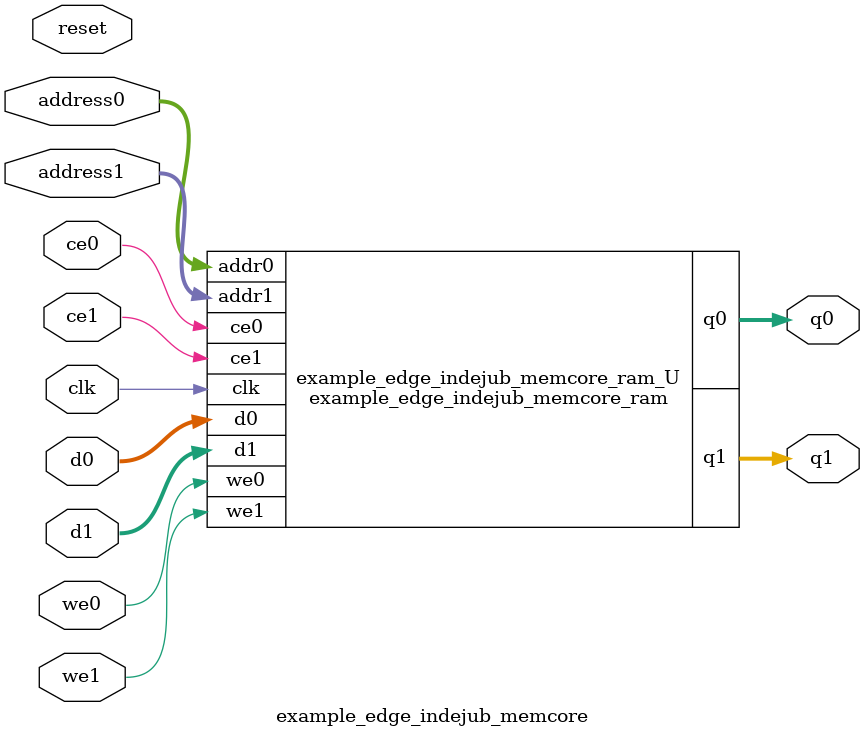
<source format=v>
`timescale 1 ns / 1 ps
module example_edge_indejub_memcore_ram (addr0, ce0, d0, we0, q0, addr1, ce1, d1, we1, q1,  clk);

parameter DWIDTH = 14;
parameter AWIDTH = 7;
parameter MEM_SIZE = 120;

input[AWIDTH-1:0] addr0;
input ce0;
input[DWIDTH-1:0] d0;
input we0;
output reg[DWIDTH-1:0] q0;
input[AWIDTH-1:0] addr1;
input ce1;
input[DWIDTH-1:0] d1;
input we1;
output reg[DWIDTH-1:0] q1;
input clk;

(* ram_style = "block" *)reg [DWIDTH-1:0] ram[0:MEM_SIZE-1];




always @(posedge clk)  
begin 
    if (ce0) begin
        if (we0) 
            ram[addr0] <= d0; 
        q0 <= ram[addr0];
    end
end


always @(posedge clk)  
begin 
    if (ce1) begin
        if (we1) 
            ram[addr1] <= d1; 
        q1 <= ram[addr1];
    end
end


endmodule

`timescale 1 ns / 1 ps
module example_edge_indejub_memcore(
    reset,
    clk,
    address0,
    ce0,
    we0,
    d0,
    q0,
    address1,
    ce1,
    we1,
    d1,
    q1);

parameter DataWidth = 32'd14;
parameter AddressRange = 32'd120;
parameter AddressWidth = 32'd7;
input reset;
input clk;
input[AddressWidth - 1:0] address0;
input ce0;
input we0;
input[DataWidth - 1:0] d0;
output[DataWidth - 1:0] q0;
input[AddressWidth - 1:0] address1;
input ce1;
input we1;
input[DataWidth - 1:0] d1;
output[DataWidth - 1:0] q1;



example_edge_indejub_memcore_ram example_edge_indejub_memcore_ram_U(
    .clk( clk ),
    .addr0( address0 ),
    .ce0( ce0 ),
    .we0( we0 ),
    .d0( d0 ),
    .q0( q0 ),
    .addr1( address1 ),
    .ce1( ce1 ),
    .we1( we1 ),
    .d1( d1 ),
    .q1( q1 ));

endmodule


</source>
